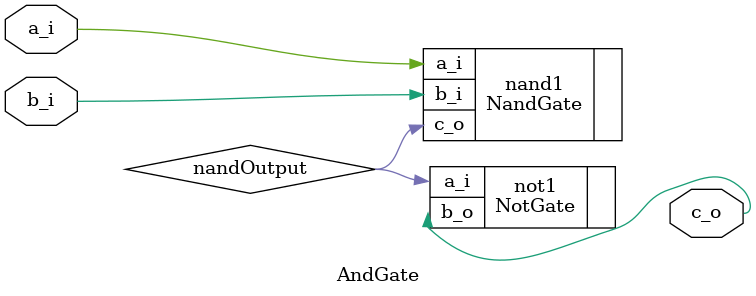
<source format=v>
`timescale 1ns / 1ps


module AndGate #(
    parameter BUS_WIDTH = 1
)(
    input [BUS_WIDTH - 1:0] a_i,
    input [BUS_WIDTH - 1:0] b_i,
    output [BUS_WIDTH - 1:0] c_o
);
    wire [BUS_WIDTH - 1:0] nandOutput;
    
    NandGate #(.BUS_WIDTH(BUS_WIDTH)) nand1(.a_i(a_i), .b_i(b_i), .c_o(nandOutput));
    NotGate #(.BUS_WIDTH(BUS_WIDTH)) not1(.a_i(nandOutput), .b_o(c_o));
endmodule

</source>
